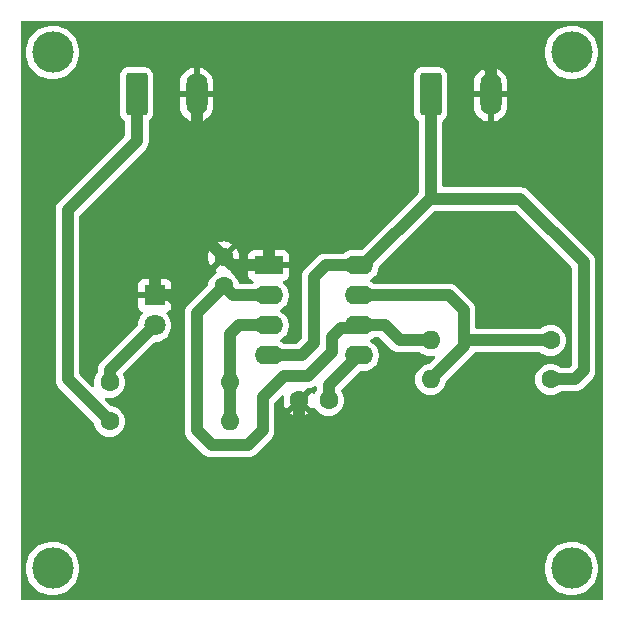
<source format=gbl>
G04 #@! TF.GenerationSoftware,KiCad,Pcbnew,8.0.6*
G04 #@! TF.CreationDate,2024-11-03T17:10:04-03:00*
G04 #@! TF.ProjectId,555-Oscilador-pisca-r01,3535352d-4f73-4636-996c-61646f722d70,rev?*
G04 #@! TF.SameCoordinates,Original*
G04 #@! TF.FileFunction,Copper,L2,Bot*
G04 #@! TF.FilePolarity,Positive*
%FSLAX46Y46*%
G04 Gerber Fmt 4.6, Leading zero omitted, Abs format (unit mm)*
G04 Created by KiCad (PCBNEW 8.0.6) date 2024-11-03 17:10:04*
%MOMM*%
%LPD*%
G01*
G04 APERTURE LIST*
G04 Aperture macros list*
%AMRoundRect*
0 Rectangle with rounded corners*
0 $1 Rounding radius*
0 $2 $3 $4 $5 $6 $7 $8 $9 X,Y pos of 4 corners*
0 Add a 4 corners polygon primitive as box body*
4,1,4,$2,$3,$4,$5,$6,$7,$8,$9,$2,$3,0*
0 Add four circle primitives for the rounded corners*
1,1,$1+$1,$2,$3*
1,1,$1+$1,$4,$5*
1,1,$1+$1,$6,$7*
1,1,$1+$1,$8,$9*
0 Add four rect primitives between the rounded corners*
20,1,$1+$1,$2,$3,$4,$5,0*
20,1,$1+$1,$4,$5,$6,$7,0*
20,1,$1+$1,$6,$7,$8,$9,0*
20,1,$1+$1,$8,$9,$2,$3,0*%
G04 Aperture macros list end*
G04 #@! TA.AperFunction,ComponentPad*
%ADD10C,1.600000*%
G04 #@! TD*
G04 #@! TA.AperFunction,ComponentPad*
%ADD11O,1.600000X1.600000*%
G04 #@! TD*
G04 #@! TA.AperFunction,ComponentPad*
%ADD12RoundRect,0.250000X-0.650000X-1.550000X0.650000X-1.550000X0.650000X1.550000X-0.650000X1.550000X0*%
G04 #@! TD*
G04 #@! TA.AperFunction,ComponentPad*
%ADD13O,1.800000X3.600000*%
G04 #@! TD*
G04 #@! TA.AperFunction,ComponentPad*
%ADD14R,2.400000X1.600000*%
G04 #@! TD*
G04 #@! TA.AperFunction,ComponentPad*
%ADD15O,2.400000X1.600000*%
G04 #@! TD*
G04 #@! TA.AperFunction,ComponentPad*
%ADD16R,1.800000X1.800000*%
G04 #@! TD*
G04 #@! TA.AperFunction,ComponentPad*
%ADD17C,1.800000*%
G04 #@! TD*
G04 #@! TA.AperFunction,ViaPad*
%ADD18C,3.500000*%
G04 #@! TD*
G04 #@! TA.AperFunction,Conductor*
%ADD19C,1.000000*%
G04 #@! TD*
G04 APERTURE END LIST*
D10*
X123698000Y-114808000D03*
D11*
X133858000Y-114808000D03*
D10*
X161036000Y-111252000D03*
D11*
X150876000Y-111252000D03*
D12*
X125984000Y-90424000D03*
D13*
X131064000Y-90424000D03*
D12*
X150876000Y-90424000D03*
D13*
X155956000Y-90424000D03*
D10*
X161036000Y-114554000D03*
D11*
X150876000Y-114554000D03*
D10*
X123698000Y-118110000D03*
D11*
X133858000Y-118110000D03*
D14*
X137160000Y-104902000D03*
D15*
X137160000Y-107442000D03*
X137160000Y-109982000D03*
X137160000Y-112522000D03*
X144780000Y-112522000D03*
X144780000Y-109982000D03*
X144780000Y-107442000D03*
X144780000Y-104902000D03*
D16*
X127508000Y-107442000D03*
D17*
X127508000Y-109982000D03*
D10*
X133350000Y-106680000D03*
X133350000Y-104180000D03*
X142240000Y-116332000D03*
X139740000Y-116332000D03*
D18*
X118872000Y-130556000D03*
X162814000Y-130556000D03*
X118872000Y-86868000D03*
X162814000Y-86868000D03*
D19*
X150944000Y-99274000D02*
X150876000Y-99206000D01*
X141986000Y-104902000D02*
X140970000Y-105918000D01*
X140970000Y-105918000D02*
X140970000Y-108312000D01*
X150876000Y-99206000D02*
X145180000Y-104902000D01*
X150876000Y-90424000D02*
X150876000Y-99206000D01*
X137560000Y-112522000D02*
X139954000Y-112522000D01*
X158456000Y-99274000D02*
X150944000Y-99274000D01*
X139954000Y-112522000D02*
X140970000Y-111506000D01*
X145180000Y-104902000D02*
X144780000Y-104902000D01*
X161036000Y-114554000D02*
X163068000Y-114554000D01*
X158456000Y-99274000D02*
X163830000Y-104648000D01*
X137160000Y-112522000D02*
X137560000Y-112522000D01*
X163830000Y-104648000D02*
X163830000Y-113792000D01*
X144780000Y-104902000D02*
X141986000Y-104902000D01*
X163068000Y-114554000D02*
X163830000Y-113792000D01*
X140970000Y-111506000D02*
X140970000Y-108312000D01*
X132334000Y-120142000D02*
X131064000Y-118872000D01*
X146980000Y-109982000D02*
X144780000Y-109982000D01*
X140462000Y-114300000D02*
X138430000Y-114300000D01*
X131064000Y-108966000D02*
X133350000Y-106680000D01*
X135382000Y-120142000D02*
X132334000Y-120142000D01*
X131064000Y-118872000D02*
X131064000Y-108966000D01*
X137160000Y-107442000D02*
X134112000Y-107442000D01*
X144780000Y-109982000D02*
X144191070Y-109982000D01*
X143937070Y-110236000D02*
X143256000Y-110236000D01*
X138430000Y-114300000D02*
X136652000Y-116078000D01*
X150876000Y-111252000D02*
X148250000Y-111252000D01*
X136652000Y-116078000D02*
X136652000Y-118872000D01*
X134112000Y-107442000D02*
X133350000Y-106680000D01*
X142494000Y-110998000D02*
X142494000Y-112268000D01*
X142494000Y-112268000D02*
X140462000Y-114300000D01*
X148250000Y-111252000D02*
X146980000Y-109982000D01*
X136652000Y-118872000D02*
X135382000Y-120142000D01*
X144191070Y-109982000D02*
X143937070Y-110236000D01*
X143256000Y-110236000D02*
X142494000Y-110998000D01*
X142240000Y-116332000D02*
X142240000Y-115062000D01*
X142240000Y-115062000D02*
X144780000Y-112522000D01*
X123698000Y-114808000D02*
X123698000Y-113792000D01*
X123698000Y-113792000D02*
X127508000Y-109982000D01*
X120142000Y-114554000D02*
X123698000Y-118110000D01*
X120142000Y-100213002D02*
X120142000Y-114554000D01*
X125985001Y-91870001D02*
X125985001Y-94370001D01*
X125985001Y-94370001D02*
X120142000Y-100213002D01*
X131065001Y-101895001D02*
X133350000Y-104180000D01*
X128778000Y-107442000D02*
X129540000Y-108204000D01*
X131065001Y-101984999D02*
X131065001Y-101895001D01*
X129540000Y-108204000D02*
X129540000Y-120904000D01*
X137922000Y-122174000D02*
X139740000Y-120356000D01*
X131065001Y-91870001D02*
X131065001Y-101895001D01*
X155956000Y-88302680D02*
X154775320Y-87122000D01*
X130810000Y-122174000D02*
X137922000Y-122174000D01*
X137160000Y-104902000D02*
X134072000Y-104902000D01*
X134072000Y-104902000D02*
X133350000Y-104180000D01*
X127508000Y-107442000D02*
X128778000Y-107442000D01*
X137160000Y-90170000D02*
X137160000Y-104902000D01*
X155956000Y-90424000D02*
X155956000Y-88302680D01*
X129540000Y-120904000D02*
X130810000Y-122174000D01*
X139740000Y-120356000D02*
X139740000Y-116332000D01*
X154775320Y-87122000D02*
X140208000Y-87122000D01*
X140208000Y-87122000D02*
X137160000Y-90170000D01*
X127508000Y-107442000D02*
X127508000Y-105542000D01*
X127508000Y-105542000D02*
X131065001Y-101984999D01*
X150876000Y-114554000D02*
X153670000Y-111760000D01*
X152400000Y-107442000D02*
X144780000Y-107442000D01*
X153670000Y-111760000D02*
X153670000Y-111252000D01*
X153670000Y-108712000D02*
X152400000Y-107442000D01*
X161036000Y-111252000D02*
X153670000Y-111252000D01*
X153670000Y-111252000D02*
X153670000Y-108712000D01*
X133858000Y-118110000D02*
X133858000Y-114808000D01*
X133858000Y-110744000D02*
X133858000Y-114808000D01*
X137160000Y-109982000D02*
X134620000Y-109982000D01*
X134620000Y-109982000D02*
X133858000Y-110744000D01*
G04 #@! TA.AperFunction,Conductor*
G36*
X141171718Y-115127281D02*
G01*
X141219161Y-115180098D01*
X141231500Y-115234478D01*
X141231500Y-115451259D01*
X141211498Y-115519380D01*
X141208713Y-115523530D01*
X141102474Y-115675253D01*
X141099726Y-115680015D01*
X141097931Y-115678978D01*
X141056942Y-115725480D01*
X140988653Y-115744903D01*
X140920705Y-115724324D01*
X140881655Y-115679217D01*
X140879839Y-115680266D01*
X140877086Y-115675498D01*
X140827100Y-115604110D01*
X140827098Y-115604110D01*
X140140000Y-116291208D01*
X140140000Y-116279339D01*
X140112741Y-116177606D01*
X140060080Y-116086394D01*
X139985606Y-116011920D01*
X139894394Y-115959259D01*
X139792661Y-115932000D01*
X139780790Y-115932000D01*
X140367385Y-115345405D01*
X140429697Y-115311379D01*
X140456480Y-115308500D01*
X140561328Y-115308500D01*
X140561329Y-115308500D01*
X140756169Y-115269744D01*
X140939704Y-115193721D01*
X141035498Y-115129712D01*
X141103251Y-115108498D01*
X141171718Y-115127281D01*
G37*
G04 #@! TD.AperFunction*
G04 #@! TA.AperFunction,Conductor*
G36*
X165449621Y-84194502D02*
G01*
X165496114Y-84248158D01*
X165507500Y-84300500D01*
X165507500Y-133123500D01*
X165487498Y-133191621D01*
X165433842Y-133238114D01*
X165381500Y-133249500D01*
X116304500Y-133249500D01*
X116236379Y-133229498D01*
X116189886Y-133175842D01*
X116178500Y-133123500D01*
X116178500Y-130555996D01*
X116608654Y-130555996D01*
X116608654Y-130556003D01*
X116628016Y-130851421D01*
X116628018Y-130851435D01*
X116685776Y-131141795D01*
X116685778Y-131141805D01*
X116780938Y-131422137D01*
X116780944Y-131422151D01*
X116911883Y-131687670D01*
X117076359Y-131933827D01*
X117076361Y-131933830D01*
X117076367Y-131933838D01*
X117271573Y-132156427D01*
X117494162Y-132351633D01*
X117740327Y-132516115D01*
X118005855Y-132647059D01*
X118286203Y-132742224D01*
X118576574Y-132799983D01*
X118745388Y-132811047D01*
X118871997Y-132819346D01*
X118872000Y-132819346D01*
X118872003Y-132819346D01*
X118982784Y-132812084D01*
X119167426Y-132799983D01*
X119457797Y-132742224D01*
X119738145Y-132647059D01*
X120003673Y-132516115D01*
X120249838Y-132351633D01*
X120472427Y-132156427D01*
X120667633Y-131933838D01*
X120832115Y-131687673D01*
X120963059Y-131422145D01*
X121058224Y-131141797D01*
X121115983Y-130851426D01*
X121135346Y-130556000D01*
X121135346Y-130555996D01*
X160550654Y-130555996D01*
X160550654Y-130556003D01*
X160570016Y-130851421D01*
X160570018Y-130851435D01*
X160627776Y-131141795D01*
X160627778Y-131141805D01*
X160722938Y-131422137D01*
X160722944Y-131422151D01*
X160853883Y-131687670D01*
X161018359Y-131933827D01*
X161018361Y-131933830D01*
X161018367Y-131933838D01*
X161213573Y-132156427D01*
X161436162Y-132351633D01*
X161682327Y-132516115D01*
X161947855Y-132647059D01*
X162228203Y-132742224D01*
X162518574Y-132799983D01*
X162687388Y-132811047D01*
X162813997Y-132819346D01*
X162814000Y-132819346D01*
X162814003Y-132819346D01*
X162924784Y-132812084D01*
X163109426Y-132799983D01*
X163399797Y-132742224D01*
X163680145Y-132647059D01*
X163945673Y-132516115D01*
X164191838Y-132351633D01*
X164414427Y-132156427D01*
X164609633Y-131933838D01*
X164774115Y-131687673D01*
X164905059Y-131422145D01*
X165000224Y-131141797D01*
X165057983Y-130851426D01*
X165077346Y-130556000D01*
X165057983Y-130260574D01*
X165000224Y-129970203D01*
X164905059Y-129689855D01*
X164774115Y-129424327D01*
X164609633Y-129178162D01*
X164414427Y-128955573D01*
X164191838Y-128760367D01*
X164191830Y-128760361D01*
X164191827Y-128760359D01*
X163945670Y-128595883D01*
X163680151Y-128464944D01*
X163680145Y-128464941D01*
X163680140Y-128464939D01*
X163680137Y-128464938D01*
X163399805Y-128369778D01*
X163399799Y-128369776D01*
X163399797Y-128369776D01*
X163302566Y-128350435D01*
X163109435Y-128312018D01*
X163109421Y-128312016D01*
X162814003Y-128292654D01*
X162813997Y-128292654D01*
X162518578Y-128312016D01*
X162518564Y-128312018D01*
X162276818Y-128360105D01*
X162228203Y-128369776D01*
X162228201Y-128369776D01*
X162228194Y-128369778D01*
X161947862Y-128464938D01*
X161947848Y-128464944D01*
X161682329Y-128595883D01*
X161436172Y-128760359D01*
X161436165Y-128760364D01*
X161436162Y-128760367D01*
X161213573Y-128955573D01*
X161018367Y-129178162D01*
X161018364Y-129178165D01*
X161018359Y-129178172D01*
X160853883Y-129424329D01*
X160722944Y-129689848D01*
X160722938Y-129689862D01*
X160627778Y-129970194D01*
X160627776Y-129970204D01*
X160570018Y-130260564D01*
X160570016Y-130260578D01*
X160550654Y-130555996D01*
X121135346Y-130555996D01*
X121115983Y-130260574D01*
X121058224Y-129970203D01*
X120963059Y-129689855D01*
X120832115Y-129424327D01*
X120667633Y-129178162D01*
X120472427Y-128955573D01*
X120249838Y-128760367D01*
X120249830Y-128760361D01*
X120249827Y-128760359D01*
X120003670Y-128595883D01*
X119738151Y-128464944D01*
X119738145Y-128464941D01*
X119738140Y-128464939D01*
X119738137Y-128464938D01*
X119457805Y-128369778D01*
X119457799Y-128369776D01*
X119457797Y-128369776D01*
X119360566Y-128350435D01*
X119167435Y-128312018D01*
X119167421Y-128312016D01*
X118872003Y-128292654D01*
X118871997Y-128292654D01*
X118576578Y-128312016D01*
X118576564Y-128312018D01*
X118334818Y-128360105D01*
X118286203Y-128369776D01*
X118286201Y-128369776D01*
X118286194Y-128369778D01*
X118005862Y-128464938D01*
X118005848Y-128464944D01*
X117740329Y-128595883D01*
X117494172Y-128760359D01*
X117494165Y-128760364D01*
X117494162Y-128760367D01*
X117271573Y-128955573D01*
X117076367Y-129178162D01*
X117076364Y-129178165D01*
X117076359Y-129178172D01*
X116911883Y-129424329D01*
X116780944Y-129689848D01*
X116780938Y-129689862D01*
X116685778Y-129970194D01*
X116685776Y-129970204D01*
X116628018Y-130260564D01*
X116628016Y-130260578D01*
X116608654Y-130555996D01*
X116178500Y-130555996D01*
X116178500Y-100113670D01*
X119133500Y-100113670D01*
X119133500Y-114653331D01*
X119164266Y-114808000D01*
X119172256Y-114848169D01*
X119236490Y-115003243D01*
X119248279Y-115031704D01*
X119358647Y-115196881D01*
X119358649Y-115196883D01*
X122362881Y-118201115D01*
X122396907Y-118263427D01*
X122399306Y-118279226D01*
X122404455Y-118338078D01*
X122404456Y-118338083D01*
X122404456Y-118338086D01*
X122404457Y-118338087D01*
X122463716Y-118559243D01*
X122560477Y-118766749D01*
X122691802Y-118954300D01*
X122853700Y-119116198D01*
X123041251Y-119247523D01*
X123248757Y-119344284D01*
X123469913Y-119403543D01*
X123698000Y-119423498D01*
X123926087Y-119403543D01*
X124147243Y-119344284D01*
X124354749Y-119247523D01*
X124542300Y-119116198D01*
X124704198Y-118954300D01*
X124835523Y-118766749D01*
X124932284Y-118559243D01*
X124991543Y-118338087D01*
X125011498Y-118110000D01*
X124991543Y-117881913D01*
X124932284Y-117660757D01*
X124835523Y-117453251D01*
X124704198Y-117265700D01*
X124542300Y-117103802D01*
X124479584Y-117059888D01*
X124354749Y-116972477D01*
X124147246Y-116875717D01*
X124147240Y-116875715D01*
X123926083Y-116816456D01*
X123926078Y-116816455D01*
X123867226Y-116811306D01*
X123801109Y-116785442D01*
X123789115Y-116774881D01*
X123318661Y-116304427D01*
X123284635Y-116242115D01*
X123289700Y-116171300D01*
X123332247Y-116114464D01*
X123398767Y-116089653D01*
X123440365Y-116093625D01*
X123469913Y-116101543D01*
X123698000Y-116121498D01*
X123926087Y-116101543D01*
X124147243Y-116042284D01*
X124354749Y-115945523D01*
X124542300Y-115814198D01*
X124704198Y-115652300D01*
X124835523Y-115464749D01*
X124932284Y-115257243D01*
X124991543Y-115036087D01*
X125011498Y-114808000D01*
X124991543Y-114579913D01*
X124932284Y-114358757D01*
X124850374Y-114183100D01*
X124839714Y-114112911D01*
X124868694Y-114048099D01*
X124875462Y-114040771D01*
X127488830Y-111427405D01*
X127551142Y-111393379D01*
X127577925Y-111390500D01*
X127624708Y-111390500D01*
X127624712Y-111390500D01*
X127854951Y-111352080D01*
X128075727Y-111276287D01*
X128281017Y-111165190D01*
X128465220Y-111021818D01*
X128475638Y-111010502D01*
X128623314Y-110850083D01*
X128654232Y-110802759D01*
X128750984Y-110654669D01*
X128844749Y-110440907D01*
X128902051Y-110214626D01*
X128921327Y-109982000D01*
X128902051Y-109749374D01*
X128844749Y-109523093D01*
X128750984Y-109309331D01*
X128623314Y-109113917D01*
X128537789Y-109021013D01*
X128506370Y-108957351D01*
X128514356Y-108886805D01*
X128530771Y-108866668D01*
X130055500Y-108866668D01*
X130055500Y-118971331D01*
X130087758Y-119133500D01*
X130094256Y-119166169D01*
X130127954Y-119247523D01*
X130170279Y-119349704D01*
X130280647Y-119514881D01*
X131550647Y-120784881D01*
X131691119Y-120925353D01*
X131856296Y-121035721D01*
X132039831Y-121111744D01*
X132234671Y-121150500D01*
X132234672Y-121150500D01*
X135481328Y-121150500D01*
X135481329Y-121150500D01*
X135676169Y-121111744D01*
X135859704Y-121035721D01*
X136024881Y-120925353D01*
X136165353Y-120784881D01*
X137435353Y-119514881D01*
X137545721Y-119349704D01*
X137621744Y-119166169D01*
X137660500Y-118971329D01*
X137660500Y-118772671D01*
X137660500Y-116547924D01*
X137680502Y-116479803D01*
X137697405Y-116458829D01*
X138245333Y-115910901D01*
X138258920Y-115897314D01*
X138321231Y-115863289D01*
X138392046Y-115868354D01*
X138448882Y-115910901D01*
X138473693Y-115977421D01*
X138469721Y-116019021D01*
X138446951Y-116103997D01*
X138427004Y-116332000D01*
X138446951Y-116560002D01*
X138506186Y-116781068D01*
X138506188Y-116781073D01*
X138602913Y-116988501D01*
X138652898Y-117059888D01*
X138652900Y-117059888D01*
X139340000Y-116372789D01*
X139340000Y-116384661D01*
X139367259Y-116486394D01*
X139419920Y-116577606D01*
X139494394Y-116652080D01*
X139585606Y-116704741D01*
X139687339Y-116732000D01*
X139699210Y-116732000D01*
X139012110Y-117419098D01*
X139012110Y-117419100D01*
X139083498Y-117469086D01*
X139290926Y-117565811D01*
X139290931Y-117565813D01*
X139511999Y-117625048D01*
X139511995Y-117625048D01*
X139740000Y-117644995D01*
X139968002Y-117625048D01*
X140189068Y-117565813D01*
X140189073Y-117565811D01*
X140396497Y-117469088D01*
X140467888Y-117419099D01*
X140467888Y-117419097D01*
X139780791Y-116732000D01*
X139792661Y-116732000D01*
X139894394Y-116704741D01*
X139985606Y-116652080D01*
X140060080Y-116577606D01*
X140112741Y-116486394D01*
X140140000Y-116384661D01*
X140140000Y-116372791D01*
X140827097Y-117059888D01*
X140827099Y-117059888D01*
X140877088Y-116988496D01*
X140879841Y-116983730D01*
X140881729Y-116984820D01*
X140922384Y-116938594D01*
X140990651Y-116919094D01*
X141058622Y-116939597D01*
X141097989Y-116984987D01*
X141099726Y-116983985D01*
X141102474Y-116988746D01*
X141233799Y-117176296D01*
X141233802Y-117176300D01*
X141395700Y-117338198D01*
X141583251Y-117469523D01*
X141790757Y-117566284D01*
X142011913Y-117625543D01*
X142240000Y-117645498D01*
X142468087Y-117625543D01*
X142689243Y-117566284D01*
X142896749Y-117469523D01*
X143084300Y-117338198D01*
X143246198Y-117176300D01*
X143377523Y-116988749D01*
X143474284Y-116781243D01*
X143533543Y-116560087D01*
X143553498Y-116332000D01*
X143533543Y-116103913D01*
X143474284Y-115882757D01*
X143377523Y-115675251D01*
X143304506Y-115570972D01*
X143281819Y-115503700D01*
X143299104Y-115434840D01*
X143318621Y-115409612D01*
X144860829Y-113867405D01*
X144923141Y-113833379D01*
X144949924Y-113830500D01*
X145282978Y-113830500D01*
X145282981Y-113830500D01*
X145486408Y-113798280D01*
X145682290Y-113734634D01*
X145865803Y-113641129D01*
X146032430Y-113520068D01*
X146178068Y-113374430D01*
X146299129Y-113207803D01*
X146392634Y-113024290D01*
X146456280Y-112828408D01*
X146488500Y-112624981D01*
X146488500Y-112419019D01*
X146456280Y-112215592D01*
X146392634Y-112019710D01*
X146299129Y-111836197D01*
X146178068Y-111669570D01*
X146178065Y-111669567D01*
X146178063Y-111669564D01*
X146032435Y-111523936D01*
X146032432Y-111523934D01*
X146032430Y-111523932D01*
X145899571Y-111427405D01*
X145865806Y-111402873D01*
X145865805Y-111402872D01*
X145865803Y-111402871D01*
X145790034Y-111364265D01*
X145738422Y-111315519D01*
X145721356Y-111246604D01*
X145744257Y-111179402D01*
X145790034Y-111139735D01*
X145865803Y-111101129D01*
X145883508Y-111088266D01*
X145984952Y-111014564D01*
X146051819Y-110990705D01*
X146059012Y-110990500D01*
X146510076Y-110990500D01*
X146578197Y-111010502D01*
X146599170Y-111027404D01*
X147607119Y-112035353D01*
X147772296Y-112145721D01*
X147955831Y-112221744D01*
X148150671Y-112260500D01*
X148349329Y-112260500D01*
X149995260Y-112260500D01*
X150063381Y-112280502D01*
X150067530Y-112283287D01*
X150175082Y-112358595D01*
X150219251Y-112389523D01*
X150426757Y-112486284D01*
X150647913Y-112545543D01*
X150876000Y-112565498D01*
X151104087Y-112545543D01*
X151133629Y-112537627D01*
X151204605Y-112539316D01*
X151263401Y-112579109D01*
X151291350Y-112644373D01*
X151279577Y-112714387D01*
X151255336Y-112748428D01*
X150784883Y-113218881D01*
X150722571Y-113252907D01*
X150706772Y-113255306D01*
X150647921Y-113260455D01*
X150647916Y-113260456D01*
X150426759Y-113319715D01*
X150426753Y-113319717D01*
X150219250Y-113416477D01*
X150031703Y-113547799D01*
X150031697Y-113547804D01*
X149869804Y-113709697D01*
X149869799Y-113709703D01*
X149738477Y-113897250D01*
X149641717Y-114104753D01*
X149641715Y-114104759D01*
X149582457Y-114325913D01*
X149562502Y-114554000D01*
X149582457Y-114782087D01*
X149641716Y-115003243D01*
X149700690Y-115129713D01*
X149738477Y-115210749D01*
X149771032Y-115257243D01*
X149869802Y-115398300D01*
X150031700Y-115560198D01*
X150219251Y-115691523D01*
X150426757Y-115788284D01*
X150647913Y-115847543D01*
X150876000Y-115867498D01*
X151104087Y-115847543D01*
X151325243Y-115788284D01*
X151532749Y-115691523D01*
X151720300Y-115560198D01*
X151882198Y-115398300D01*
X152013523Y-115210749D01*
X152110284Y-115003243D01*
X152169543Y-114782087D01*
X152174692Y-114723226D01*
X152200556Y-114657110D01*
X152211110Y-114645122D01*
X154453354Y-112402881D01*
X154511073Y-112316497D01*
X154565549Y-112270971D01*
X154615838Y-112260500D01*
X160155260Y-112260500D01*
X160223381Y-112280502D01*
X160227530Y-112283287D01*
X160335082Y-112358595D01*
X160379251Y-112389523D01*
X160586757Y-112486284D01*
X160807913Y-112545543D01*
X161036000Y-112565498D01*
X161264087Y-112545543D01*
X161485243Y-112486284D01*
X161692749Y-112389523D01*
X161880300Y-112258198D01*
X162042198Y-112096300D01*
X162173523Y-111908749D01*
X162270284Y-111701243D01*
X162329543Y-111480087D01*
X162349498Y-111252000D01*
X162329543Y-111023913D01*
X162270284Y-110802757D01*
X162173523Y-110595251D01*
X162042198Y-110407700D01*
X161880300Y-110245802D01*
X161877012Y-110243500D01*
X161692749Y-110114477D01*
X161485246Y-110017717D01*
X161485240Y-110017715D01*
X161351950Y-109982000D01*
X161264087Y-109958457D01*
X161036000Y-109938502D01*
X160807913Y-109958457D01*
X160586759Y-110017715D01*
X160586753Y-110017717D01*
X160379252Y-110114476D01*
X160379250Y-110114477D01*
X160227530Y-110220713D01*
X160160257Y-110243401D01*
X160155260Y-110243500D01*
X154804500Y-110243500D01*
X154736379Y-110223498D01*
X154689886Y-110169842D01*
X154678500Y-110117500D01*
X154678500Y-108612672D01*
X154678499Y-108612668D01*
X154639744Y-108417831D01*
X154563721Y-108234296D01*
X154453353Y-108069119D01*
X154312881Y-107928647D01*
X153042881Y-106658647D01*
X152877704Y-106548279D01*
X152842024Y-106533500D01*
X152745220Y-106493402D01*
X152694172Y-106472257D01*
X152694170Y-106472256D01*
X152694169Y-106472256D01*
X152591898Y-106451913D01*
X152499331Y-106433500D01*
X152499329Y-106433500D01*
X146059012Y-106433500D01*
X145990891Y-106413498D01*
X145984952Y-106409436D01*
X145865809Y-106322874D01*
X145859782Y-106319803D01*
X145790034Y-106284265D01*
X145738422Y-106235519D01*
X145721356Y-106166604D01*
X145744257Y-106099402D01*
X145790034Y-106059735D01*
X145865803Y-106021129D01*
X146032430Y-105900068D01*
X146178068Y-105754430D01*
X146299129Y-105587803D01*
X146392634Y-105404290D01*
X146456280Y-105208408D01*
X146479319Y-105062942D01*
X146509730Y-104998792D01*
X146514654Y-104993578D01*
X151188829Y-100319405D01*
X151251141Y-100285379D01*
X151277924Y-100282500D01*
X157986076Y-100282500D01*
X158054197Y-100302502D01*
X158075171Y-100319405D01*
X162784595Y-105028829D01*
X162818621Y-105091141D01*
X162821500Y-105117924D01*
X162821500Y-113322074D01*
X162801498Y-113390195D01*
X162784596Y-113411169D01*
X162687171Y-113508595D01*
X162624859Y-113542620D01*
X162598075Y-113545500D01*
X161916740Y-113545500D01*
X161848619Y-113525498D01*
X161844470Y-113522713D01*
X161692749Y-113416477D01*
X161692747Y-113416476D01*
X161485246Y-113319717D01*
X161485240Y-113319715D01*
X161391771Y-113294670D01*
X161264087Y-113260457D01*
X161036000Y-113240502D01*
X160807913Y-113260457D01*
X160586759Y-113319715D01*
X160586753Y-113319717D01*
X160379250Y-113416477D01*
X160191703Y-113547799D01*
X160191697Y-113547804D01*
X160029804Y-113709697D01*
X160029799Y-113709703D01*
X159898477Y-113897250D01*
X159801717Y-114104753D01*
X159801715Y-114104759D01*
X159742457Y-114325913D01*
X159722502Y-114554000D01*
X159742457Y-114782087D01*
X159801716Y-115003243D01*
X159860690Y-115129713D01*
X159898477Y-115210749D01*
X159931032Y-115257243D01*
X160029802Y-115398300D01*
X160191700Y-115560198D01*
X160379251Y-115691523D01*
X160586757Y-115788284D01*
X160807913Y-115847543D01*
X161036000Y-115867498D01*
X161264087Y-115847543D01*
X161485243Y-115788284D01*
X161692749Y-115691523D01*
X161780448Y-115630115D01*
X161844470Y-115585287D01*
X161911743Y-115562599D01*
X161916740Y-115562500D01*
X163167328Y-115562500D01*
X163167329Y-115562500D01*
X163362169Y-115523744D01*
X163545704Y-115447721D01*
X163710881Y-115337353D01*
X163851353Y-115196881D01*
X163851352Y-115196881D01*
X163910880Y-115137353D01*
X163910879Y-115137353D01*
X164613354Y-114434881D01*
X164723722Y-114269703D01*
X164784213Y-114123664D01*
X164799744Y-114086169D01*
X164838500Y-113891329D01*
X164838500Y-104548671D01*
X164799744Y-104353831D01*
X164742734Y-104216197D01*
X164723722Y-104170297D01*
X164613354Y-104005119D01*
X159098881Y-98490647D01*
X158933704Y-98380279D01*
X158750169Y-98304256D01*
X158555331Y-98265500D01*
X158555329Y-98265500D01*
X152010500Y-98265500D01*
X151942379Y-98245498D01*
X151895886Y-98191842D01*
X151884500Y-98139500D01*
X151884500Y-92714379D01*
X151904502Y-92646258D01*
X151944354Y-92607138D01*
X151948850Y-92604364D01*
X151999652Y-92573030D01*
X152125030Y-92447652D01*
X152218115Y-92296738D01*
X152273887Y-92128426D01*
X152284500Y-92024545D01*
X152284499Y-89413191D01*
X154548000Y-89413191D01*
X154548000Y-90170000D01*
X155409827Y-90170000D01*
X155396889Y-90192409D01*
X155356000Y-90345009D01*
X155356000Y-90502991D01*
X155396889Y-90655591D01*
X155409827Y-90678000D01*
X154548000Y-90678000D01*
X154548000Y-91434808D01*
X154582670Y-91653710D01*
X154651155Y-91864483D01*
X154651156Y-91864485D01*
X154751772Y-92061956D01*
X154882039Y-92241253D01*
X155038746Y-92397960D01*
X155218043Y-92528227D01*
X155415514Y-92628843D01*
X155415516Y-92628844D01*
X155626289Y-92697329D01*
X155702000Y-92709320D01*
X155702000Y-90970173D01*
X155724409Y-90983111D01*
X155877009Y-91024000D01*
X156034991Y-91024000D01*
X156187591Y-90983111D01*
X156210000Y-90970173D01*
X156210000Y-92709320D01*
X156285709Y-92697329D01*
X156285711Y-92697329D01*
X156496483Y-92628844D01*
X156496485Y-92628843D01*
X156693956Y-92528227D01*
X156873253Y-92397960D01*
X157029960Y-92241253D01*
X157160227Y-92061956D01*
X157260843Y-91864485D01*
X157260844Y-91864483D01*
X157329329Y-91653710D01*
X157364000Y-91434808D01*
X157364000Y-90678000D01*
X156502173Y-90678000D01*
X156515111Y-90655591D01*
X156556000Y-90502991D01*
X156556000Y-90345009D01*
X156515111Y-90192409D01*
X156502173Y-90170000D01*
X157364000Y-90170000D01*
X157364000Y-89413191D01*
X157329329Y-89194289D01*
X157260844Y-88983516D01*
X157260843Y-88983514D01*
X157160227Y-88786043D01*
X157029960Y-88606746D01*
X156873253Y-88450039D01*
X156693956Y-88319772D01*
X156496485Y-88219156D01*
X156496483Y-88219155D01*
X156285709Y-88150669D01*
X156210000Y-88138678D01*
X156210000Y-89877826D01*
X156187591Y-89864889D01*
X156034991Y-89824000D01*
X155877009Y-89824000D01*
X155724409Y-89864889D01*
X155702000Y-89877826D01*
X155702000Y-88138678D01*
X155626290Y-88150669D01*
X155415516Y-88219155D01*
X155415514Y-88219156D01*
X155218043Y-88319772D01*
X155038746Y-88450039D01*
X154882039Y-88606746D01*
X154751772Y-88786043D01*
X154651156Y-88983514D01*
X154651155Y-88983516D01*
X154582670Y-89194289D01*
X154548000Y-89413191D01*
X152284499Y-89413191D01*
X152284499Y-88823456D01*
X152273887Y-88719574D01*
X152218115Y-88551262D01*
X152125030Y-88400348D01*
X152125029Y-88400347D01*
X152125024Y-88400341D01*
X151999658Y-88274975D01*
X151999652Y-88274970D01*
X151848738Y-88181885D01*
X151754533Y-88150669D01*
X151680427Y-88126113D01*
X151680420Y-88126112D01*
X151576553Y-88115500D01*
X150175455Y-88115500D01*
X150071574Y-88126112D01*
X149903261Y-88181885D01*
X149752347Y-88274970D01*
X149752341Y-88274975D01*
X149626975Y-88400341D01*
X149626970Y-88400347D01*
X149533885Y-88551262D01*
X149478113Y-88719572D01*
X149478112Y-88719579D01*
X149467500Y-88823446D01*
X149467500Y-92024544D01*
X149478112Y-92128425D01*
X149533885Y-92296738D01*
X149626970Y-92447652D01*
X149626975Y-92447658D01*
X149752341Y-92573024D01*
X149752345Y-92573027D01*
X149752348Y-92573030D01*
X149752350Y-92573031D01*
X149807646Y-92607138D01*
X149855125Y-92659923D01*
X149867500Y-92714379D01*
X149867500Y-98736076D01*
X149847498Y-98804197D01*
X149830595Y-98825171D01*
X145099171Y-103556595D01*
X145036859Y-103590621D01*
X145010076Y-103593500D01*
X144277019Y-103593500D01*
X144073592Y-103625720D01*
X144073590Y-103625720D01*
X144073587Y-103625721D01*
X143877714Y-103689364D01*
X143877708Y-103689367D01*
X143694190Y-103782874D01*
X143575048Y-103869436D01*
X143508181Y-103893295D01*
X143500988Y-103893500D01*
X141886668Y-103893500D01*
X141741529Y-103922370D01*
X141691831Y-103932256D01*
X141691830Y-103932256D01*
X141691827Y-103932257D01*
X141644172Y-103951997D01*
X141543976Y-103993500D01*
X141508295Y-104008279D01*
X141343123Y-104118644D01*
X141343116Y-104118649D01*
X140186649Y-105275116D01*
X140186644Y-105275123D01*
X140076279Y-105440296D01*
X140000258Y-105623825D01*
X140000256Y-105623830D01*
X139961500Y-105818668D01*
X139961500Y-111036076D01*
X139941498Y-111104197D01*
X139924595Y-111125171D01*
X139573171Y-111476595D01*
X139510859Y-111510621D01*
X139484076Y-111513500D01*
X138439012Y-111513500D01*
X138370891Y-111493498D01*
X138364952Y-111489436D01*
X138245809Y-111402874D01*
X138227174Y-111393379D01*
X138170034Y-111364265D01*
X138118422Y-111315519D01*
X138101356Y-111246604D01*
X138124257Y-111179402D01*
X138170034Y-111139735D01*
X138245803Y-111101129D01*
X138412430Y-110980068D01*
X138558068Y-110834430D01*
X138679129Y-110667803D01*
X138772634Y-110484290D01*
X138836280Y-110288408D01*
X138868500Y-110084981D01*
X138868500Y-109879019D01*
X138836280Y-109675592D01*
X138772634Y-109479710D01*
X138679129Y-109296197D01*
X138558068Y-109129570D01*
X138558065Y-109129567D01*
X138558063Y-109129564D01*
X138412435Y-108983936D01*
X138412432Y-108983934D01*
X138412430Y-108983932D01*
X138286999Y-108892802D01*
X138245806Y-108862873D01*
X138245805Y-108862872D01*
X138245803Y-108862871D01*
X138170034Y-108824265D01*
X138118422Y-108775519D01*
X138101356Y-108706604D01*
X138124257Y-108639402D01*
X138170034Y-108599735D01*
X138245803Y-108561129D01*
X138412430Y-108440068D01*
X138558068Y-108294430D01*
X138679129Y-108127803D01*
X138772634Y-107944290D01*
X138836280Y-107748408D01*
X138868500Y-107544981D01*
X138868500Y-107339019D01*
X138836280Y-107135592D01*
X138772634Y-106939710D01*
X138679129Y-106756197D01*
X138558068Y-106589570D01*
X138558065Y-106589567D01*
X138558063Y-106589564D01*
X138412436Y-106443937D01*
X138412432Y-106443934D01*
X138412430Y-106443932D01*
X138396066Y-106432043D01*
X138352715Y-106375822D01*
X138346640Y-106305086D01*
X138379772Y-106242294D01*
X138441592Y-106207383D01*
X138456663Y-106204831D01*
X138469093Y-106203494D01*
X138605964Y-106152444D01*
X138605965Y-106152444D01*
X138722904Y-106064904D01*
X138810444Y-105947965D01*
X138810444Y-105947964D01*
X138861494Y-105811093D01*
X138867999Y-105750597D01*
X138868000Y-105750585D01*
X138868000Y-105156000D01*
X137471686Y-105156000D01*
X137480080Y-105147606D01*
X137532741Y-105056394D01*
X137560000Y-104954661D01*
X137560000Y-104849339D01*
X137532741Y-104747606D01*
X137480080Y-104656394D01*
X137471686Y-104648000D01*
X138868000Y-104648000D01*
X138868000Y-104053414D01*
X138867999Y-104053402D01*
X138861494Y-103992906D01*
X138810444Y-103856035D01*
X138810444Y-103856034D01*
X138722904Y-103739095D01*
X138605965Y-103651555D01*
X138469093Y-103600505D01*
X138408597Y-103594000D01*
X137414000Y-103594000D01*
X137414000Y-104590314D01*
X137405606Y-104581920D01*
X137314394Y-104529259D01*
X137212661Y-104502000D01*
X137107339Y-104502000D01*
X137005606Y-104529259D01*
X136914394Y-104581920D01*
X136906000Y-104590314D01*
X136906000Y-103594000D01*
X135911402Y-103594000D01*
X135850906Y-103600505D01*
X135714035Y-103651555D01*
X135714034Y-103651555D01*
X135597095Y-103739095D01*
X135509555Y-103856034D01*
X135509555Y-103856035D01*
X135458505Y-103992906D01*
X135452000Y-104053402D01*
X135452000Y-104648000D01*
X136848314Y-104648000D01*
X136839920Y-104656394D01*
X136787259Y-104747606D01*
X136760000Y-104849339D01*
X136760000Y-104954661D01*
X136787259Y-105056394D01*
X136839920Y-105147606D01*
X136848314Y-105156000D01*
X135452000Y-105156000D01*
X135452000Y-105750597D01*
X135458505Y-105811093D01*
X135509555Y-105947964D01*
X135509555Y-105947965D01*
X135597095Y-106064904D01*
X135714034Y-106152444D01*
X135813235Y-106189444D01*
X135870071Y-106231991D01*
X135894882Y-106298511D01*
X135879791Y-106367885D01*
X135829588Y-106418088D01*
X135769203Y-106433500D01*
X134735292Y-106433500D01*
X134667171Y-106413498D01*
X134620678Y-106359842D01*
X134613585Y-106340111D01*
X134612412Y-106335734D01*
X134584284Y-106230757D01*
X134487523Y-106023251D01*
X134356198Y-105835700D01*
X134194300Y-105673802D01*
X134194296Y-105673799D01*
X134006746Y-105542474D01*
X134001985Y-105539726D01*
X134003023Y-105537927D01*
X133956532Y-105496963D01*
X133937095Y-105428679D01*
X133957661Y-105360726D01*
X134002782Y-105321664D01*
X134001730Y-105319841D01*
X134006496Y-105317088D01*
X134077888Y-105267099D01*
X134077888Y-105267097D01*
X133390791Y-104580000D01*
X133402661Y-104580000D01*
X133504394Y-104552741D01*
X133595606Y-104500080D01*
X133670080Y-104425606D01*
X133722741Y-104334394D01*
X133750000Y-104232661D01*
X133750000Y-104220791D01*
X134437097Y-104907888D01*
X134437099Y-104907888D01*
X134487088Y-104836497D01*
X134583811Y-104629073D01*
X134583813Y-104629068D01*
X134643048Y-104408002D01*
X134662995Y-104180000D01*
X134643048Y-103951997D01*
X134583813Y-103730931D01*
X134583811Y-103730926D01*
X134487086Y-103523498D01*
X134437100Y-103452110D01*
X134437098Y-103452110D01*
X133750000Y-104139208D01*
X133750000Y-104127339D01*
X133722741Y-104025606D01*
X133670080Y-103934394D01*
X133595606Y-103859920D01*
X133504394Y-103807259D01*
X133402661Y-103780000D01*
X133390790Y-103780000D01*
X134077888Y-103092899D01*
X134077888Y-103092898D01*
X134006501Y-103042913D01*
X133799073Y-102946188D01*
X133799068Y-102946186D01*
X133578000Y-102886951D01*
X133578004Y-102886951D01*
X133350000Y-102867004D01*
X133121997Y-102886951D01*
X132900931Y-102946186D01*
X132900926Y-102946188D01*
X132693500Y-103042913D01*
X132622109Y-103092900D01*
X133309209Y-103780000D01*
X133297339Y-103780000D01*
X133195606Y-103807259D01*
X133104394Y-103859920D01*
X133029920Y-103934394D01*
X132977259Y-104025606D01*
X132950000Y-104127339D01*
X132950000Y-104139209D01*
X132262900Y-103452109D01*
X132212913Y-103523500D01*
X132116188Y-103730926D01*
X132116186Y-103730931D01*
X132056951Y-103951997D01*
X132037004Y-104180000D01*
X132056951Y-104408002D01*
X132116186Y-104629068D01*
X132116188Y-104629073D01*
X132212913Y-104836501D01*
X132262899Y-104907888D01*
X132950000Y-104220788D01*
X132950000Y-104232661D01*
X132977259Y-104334394D01*
X133029920Y-104425606D01*
X133104394Y-104500080D01*
X133195606Y-104552741D01*
X133297339Y-104580000D01*
X133309210Y-104580000D01*
X132622110Y-105267098D01*
X132622110Y-105267100D01*
X132693498Y-105317086D01*
X132698266Y-105319839D01*
X132697178Y-105321721D01*
X132743420Y-105362409D01*
X132762904Y-105430680D01*
X132742386Y-105498647D01*
X132697015Y-105537995D01*
X132698015Y-105539726D01*
X132693253Y-105542474D01*
X132505703Y-105673799D01*
X132505697Y-105673804D01*
X132343804Y-105835697D01*
X132343799Y-105835703D01*
X132212477Y-106023250D01*
X132115717Y-106230753D01*
X132115715Y-106230759D01*
X132056456Y-106451916D01*
X132056455Y-106451921D01*
X132051306Y-106510772D01*
X132025442Y-106576890D01*
X132014881Y-106588883D01*
X130421119Y-108182647D01*
X130280649Y-108323116D01*
X130280644Y-108323123D01*
X130170279Y-108488296D01*
X130094258Y-108671825D01*
X130094256Y-108671830D01*
X130055500Y-108866668D01*
X128530771Y-108866668D01*
X128559215Y-108831776D01*
X128586460Y-108817622D01*
X128653965Y-108792444D01*
X128770904Y-108704904D01*
X128858444Y-108587965D01*
X128858444Y-108587964D01*
X128909494Y-108451093D01*
X128915999Y-108390597D01*
X128916000Y-108390585D01*
X128916000Y-107696000D01*
X127880968Y-107696000D01*
X127927333Y-107615694D01*
X127958000Y-107501244D01*
X127958000Y-107382756D01*
X127927333Y-107268306D01*
X127880968Y-107188000D01*
X128916000Y-107188000D01*
X128916000Y-106493414D01*
X128915999Y-106493402D01*
X128909494Y-106432906D01*
X128858444Y-106296035D01*
X128858444Y-106296034D01*
X128770904Y-106179095D01*
X128653965Y-106091555D01*
X128517093Y-106040505D01*
X128456597Y-106034000D01*
X127762000Y-106034000D01*
X127762000Y-107069031D01*
X127681694Y-107022667D01*
X127567244Y-106992000D01*
X127448756Y-106992000D01*
X127334306Y-107022667D01*
X127254000Y-107069031D01*
X127254000Y-106034000D01*
X126559402Y-106034000D01*
X126498906Y-106040505D01*
X126362035Y-106091555D01*
X126362034Y-106091555D01*
X126245095Y-106179095D01*
X126157555Y-106296034D01*
X126157555Y-106296035D01*
X126106505Y-106432906D01*
X126100000Y-106493402D01*
X126100000Y-107188000D01*
X127135032Y-107188000D01*
X127088667Y-107268306D01*
X127058000Y-107382756D01*
X127058000Y-107501244D01*
X127088667Y-107615694D01*
X127135032Y-107696000D01*
X126100000Y-107696000D01*
X126100000Y-108390597D01*
X126106505Y-108451093D01*
X126157555Y-108587964D01*
X126157555Y-108587965D01*
X126245095Y-108704904D01*
X126362034Y-108792444D01*
X126429539Y-108817622D01*
X126486375Y-108860169D01*
X126511186Y-108926689D01*
X126496095Y-108996063D01*
X126478208Y-109021016D01*
X126392683Y-109113920D01*
X126265015Y-109309331D01*
X126171252Y-109523089D01*
X126171249Y-109523096D01*
X126113950Y-109749366D01*
X126113949Y-109749372D01*
X126113949Y-109749374D01*
X126110412Y-109792064D01*
X126099653Y-109921896D01*
X126074093Y-109988132D01*
X126063178Y-110000585D01*
X123055120Y-113008646D01*
X122914649Y-113149116D01*
X122914644Y-113149123D01*
X122804279Y-113314296D01*
X122728258Y-113497825D01*
X122728256Y-113497830D01*
X122689500Y-113692668D01*
X122689500Y-113927259D01*
X122669498Y-113995380D01*
X122666713Y-113999530D01*
X122560477Y-114151250D01*
X122463717Y-114358753D01*
X122463715Y-114358759D01*
X122443318Y-114434881D01*
X122404457Y-114579913D01*
X122384502Y-114808000D01*
X122401583Y-115003242D01*
X122404457Y-115036086D01*
X122412374Y-115065632D01*
X122410684Y-115136609D01*
X122370890Y-115195404D01*
X122305625Y-115223352D01*
X122235611Y-115211578D01*
X122201572Y-115187338D01*
X121187405Y-114173171D01*
X121153379Y-114110859D01*
X121150500Y-114084076D01*
X121150500Y-100682926D01*
X121170502Y-100614805D01*
X121187405Y-100593831D01*
X123641736Y-98139500D01*
X126768354Y-95012882D01*
X126878722Y-94847705D01*
X126954745Y-94664170D01*
X126993501Y-94469330D01*
X126993501Y-94270672D01*
X126993501Y-92713762D01*
X127013503Y-92645641D01*
X127053353Y-92606521D01*
X127107652Y-92573030D01*
X127233030Y-92447652D01*
X127326115Y-92296738D01*
X127381887Y-92128426D01*
X127392500Y-92024545D01*
X127392499Y-89413191D01*
X129656000Y-89413191D01*
X129656000Y-90170000D01*
X130517827Y-90170000D01*
X130504889Y-90192409D01*
X130464000Y-90345009D01*
X130464000Y-90502991D01*
X130504889Y-90655591D01*
X130517827Y-90678000D01*
X129656000Y-90678000D01*
X129656000Y-91434808D01*
X129690670Y-91653710D01*
X129759155Y-91864483D01*
X129759156Y-91864485D01*
X129859772Y-92061956D01*
X129990039Y-92241253D01*
X130146746Y-92397960D01*
X130326043Y-92528227D01*
X130523514Y-92628843D01*
X130523516Y-92628844D01*
X130734289Y-92697329D01*
X130810000Y-92709320D01*
X130810000Y-90970173D01*
X130832409Y-90983111D01*
X130985009Y-91024000D01*
X131142991Y-91024000D01*
X131295591Y-90983111D01*
X131318000Y-90970173D01*
X131318000Y-92709320D01*
X131393709Y-92697329D01*
X131393711Y-92697329D01*
X131604483Y-92628844D01*
X131604485Y-92628843D01*
X131801956Y-92528227D01*
X131981253Y-92397960D01*
X132137960Y-92241253D01*
X132268227Y-92061956D01*
X132368843Y-91864485D01*
X132368844Y-91864483D01*
X132437329Y-91653710D01*
X132472000Y-91434808D01*
X132472000Y-90678000D01*
X131610173Y-90678000D01*
X131623111Y-90655591D01*
X131664000Y-90502991D01*
X131664000Y-90345009D01*
X131623111Y-90192409D01*
X131610173Y-90170000D01*
X132472000Y-90170000D01*
X132472000Y-89413191D01*
X132437329Y-89194289D01*
X132368844Y-88983516D01*
X132368843Y-88983514D01*
X132268227Y-88786043D01*
X132137960Y-88606746D01*
X131981253Y-88450039D01*
X131801956Y-88319772D01*
X131604485Y-88219156D01*
X131604483Y-88219155D01*
X131393709Y-88150669D01*
X131318000Y-88138678D01*
X131318000Y-89877826D01*
X131295591Y-89864889D01*
X131142991Y-89824000D01*
X130985009Y-89824000D01*
X130832409Y-89864889D01*
X130810000Y-89877826D01*
X130810000Y-88138678D01*
X130734290Y-88150669D01*
X130523516Y-88219155D01*
X130523514Y-88219156D01*
X130326043Y-88319772D01*
X130146746Y-88450039D01*
X129990039Y-88606746D01*
X129859772Y-88786043D01*
X129759156Y-88983514D01*
X129759155Y-88983516D01*
X129690670Y-89194289D01*
X129656000Y-89413191D01*
X127392499Y-89413191D01*
X127392499Y-88823456D01*
X127381887Y-88719574D01*
X127326115Y-88551262D01*
X127233030Y-88400348D01*
X127233029Y-88400347D01*
X127233024Y-88400341D01*
X127107658Y-88274975D01*
X127107652Y-88274970D01*
X126956738Y-88181885D01*
X126862533Y-88150669D01*
X126788427Y-88126113D01*
X126788420Y-88126112D01*
X126684553Y-88115500D01*
X125283455Y-88115500D01*
X125179574Y-88126112D01*
X125011261Y-88181885D01*
X124860347Y-88274970D01*
X124860341Y-88274975D01*
X124734975Y-88400341D01*
X124734970Y-88400347D01*
X124641885Y-88551262D01*
X124586113Y-88719572D01*
X124586112Y-88719579D01*
X124575500Y-88823446D01*
X124575500Y-92024544D01*
X124586112Y-92128425D01*
X124641885Y-92296738D01*
X124734970Y-92447652D01*
X124734975Y-92447658D01*
X124860341Y-92573024D01*
X124860347Y-92573029D01*
X124860348Y-92573030D01*
X124915646Y-92607138D01*
X124916648Y-92607756D01*
X124964126Y-92660542D01*
X124976501Y-92714997D01*
X124976501Y-93900077D01*
X124956499Y-93968198D01*
X124939596Y-93989172D01*
X119358649Y-99570118D01*
X119358644Y-99570125D01*
X119248279Y-99735298D01*
X119172258Y-99918827D01*
X119172256Y-99918832D01*
X119133500Y-100113670D01*
X116178500Y-100113670D01*
X116178500Y-86867996D01*
X116608654Y-86867996D01*
X116608654Y-86868003D01*
X116628016Y-87163421D01*
X116628018Y-87163435D01*
X116685776Y-87453795D01*
X116685778Y-87453805D01*
X116780938Y-87734137D01*
X116780944Y-87734151D01*
X116911883Y-87999670D01*
X117076359Y-88245827D01*
X117076361Y-88245830D01*
X117076367Y-88245838D01*
X117271573Y-88468427D01*
X117494162Y-88663633D01*
X117740327Y-88828115D01*
X118005855Y-88959059D01*
X118286203Y-89054224D01*
X118576574Y-89111983D01*
X118745388Y-89123047D01*
X118871997Y-89131346D01*
X118872000Y-89131346D01*
X118872003Y-89131346D01*
X118982784Y-89124084D01*
X119167426Y-89111983D01*
X119457797Y-89054224D01*
X119738145Y-88959059D01*
X120003673Y-88828115D01*
X120249838Y-88663633D01*
X120472427Y-88468427D01*
X120667633Y-88245838D01*
X120832115Y-87999673D01*
X120963059Y-87734145D01*
X121058224Y-87453797D01*
X121115983Y-87163426D01*
X121135346Y-86868000D01*
X121135346Y-86867996D01*
X160550654Y-86867996D01*
X160550654Y-86868003D01*
X160570016Y-87163421D01*
X160570018Y-87163435D01*
X160627776Y-87453795D01*
X160627778Y-87453805D01*
X160722938Y-87734137D01*
X160722944Y-87734151D01*
X160853883Y-87999670D01*
X161018359Y-88245827D01*
X161018361Y-88245830D01*
X161018367Y-88245838D01*
X161213573Y-88468427D01*
X161436162Y-88663633D01*
X161682327Y-88828115D01*
X161947855Y-88959059D01*
X162228203Y-89054224D01*
X162518574Y-89111983D01*
X162687388Y-89123047D01*
X162813997Y-89131346D01*
X162814000Y-89131346D01*
X162814003Y-89131346D01*
X162924784Y-89124084D01*
X163109426Y-89111983D01*
X163399797Y-89054224D01*
X163680145Y-88959059D01*
X163945673Y-88828115D01*
X164191838Y-88663633D01*
X164414427Y-88468427D01*
X164609633Y-88245838D01*
X164774115Y-87999673D01*
X164905059Y-87734145D01*
X165000224Y-87453797D01*
X165057983Y-87163426D01*
X165077346Y-86868000D01*
X165057983Y-86572574D01*
X165000224Y-86282203D01*
X164905059Y-86001855D01*
X164774115Y-85736327D01*
X164609633Y-85490162D01*
X164414427Y-85267573D01*
X164191838Y-85072367D01*
X164191830Y-85072361D01*
X164191827Y-85072359D01*
X163945670Y-84907883D01*
X163680151Y-84776944D01*
X163680145Y-84776941D01*
X163680140Y-84776939D01*
X163680137Y-84776938D01*
X163399805Y-84681778D01*
X163399799Y-84681776D01*
X163399797Y-84681776D01*
X163302566Y-84662435D01*
X163109435Y-84624018D01*
X163109421Y-84624016D01*
X162814003Y-84604654D01*
X162813997Y-84604654D01*
X162518578Y-84624016D01*
X162518564Y-84624018D01*
X162276818Y-84672105D01*
X162228203Y-84681776D01*
X162228201Y-84681776D01*
X162228194Y-84681778D01*
X161947862Y-84776938D01*
X161947848Y-84776944D01*
X161682329Y-84907883D01*
X161436172Y-85072359D01*
X161436165Y-85072364D01*
X161436162Y-85072367D01*
X161213573Y-85267573D01*
X161018367Y-85490162D01*
X161018364Y-85490165D01*
X161018359Y-85490172D01*
X160853883Y-85736329D01*
X160722944Y-86001848D01*
X160722938Y-86001862D01*
X160627778Y-86282194D01*
X160627776Y-86282204D01*
X160570018Y-86572564D01*
X160570016Y-86572578D01*
X160550654Y-86867996D01*
X121135346Y-86867996D01*
X121115983Y-86572574D01*
X121058224Y-86282203D01*
X120963059Y-86001855D01*
X120832115Y-85736327D01*
X120667633Y-85490162D01*
X120472427Y-85267573D01*
X120249838Y-85072367D01*
X120249830Y-85072361D01*
X120249827Y-85072359D01*
X120003670Y-84907883D01*
X119738151Y-84776944D01*
X119738145Y-84776941D01*
X119738140Y-84776939D01*
X119738137Y-84776938D01*
X119457805Y-84681778D01*
X119457799Y-84681776D01*
X119457797Y-84681776D01*
X119360566Y-84662435D01*
X119167435Y-84624018D01*
X119167421Y-84624016D01*
X118872003Y-84604654D01*
X118871997Y-84604654D01*
X118576578Y-84624016D01*
X118576564Y-84624018D01*
X118334818Y-84672105D01*
X118286203Y-84681776D01*
X118286201Y-84681776D01*
X118286194Y-84681778D01*
X118005862Y-84776938D01*
X118005848Y-84776944D01*
X117740329Y-84907883D01*
X117494172Y-85072359D01*
X117494165Y-85072364D01*
X117494162Y-85072367D01*
X117271573Y-85267573D01*
X117076367Y-85490162D01*
X117076364Y-85490165D01*
X117076359Y-85490172D01*
X116911883Y-85736329D01*
X116780944Y-86001848D01*
X116780938Y-86001862D01*
X116685778Y-86282194D01*
X116685776Y-86282204D01*
X116628018Y-86572564D01*
X116628016Y-86572578D01*
X116608654Y-86867996D01*
X116178500Y-86867996D01*
X116178500Y-84300500D01*
X116198502Y-84232379D01*
X116252158Y-84185886D01*
X116304500Y-84174500D01*
X165381500Y-84174500D01*
X165449621Y-84194502D01*
G37*
G04 #@! TD.AperFunction*
M02*

</source>
